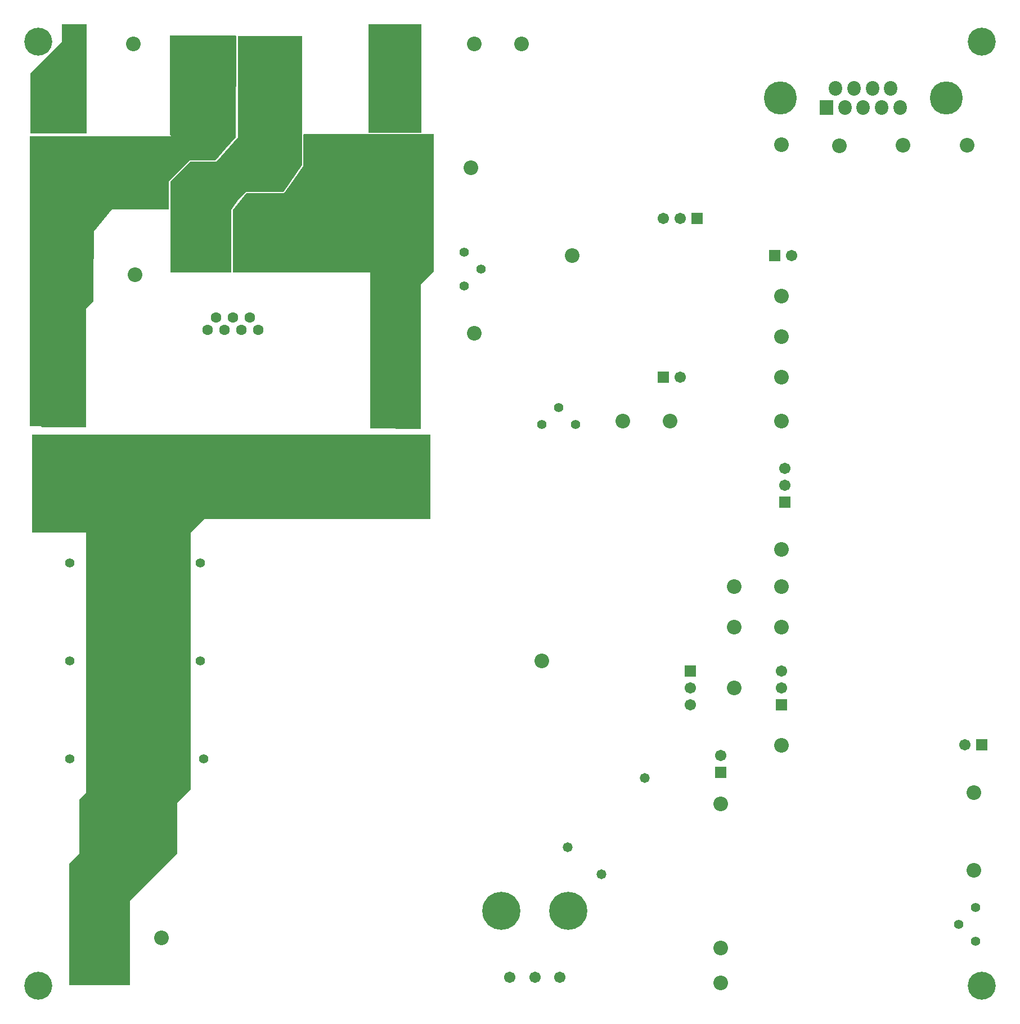
<source format=gbs>
G04*
G04 #@! TF.GenerationSoftware,Altium Limited,Altium Designer,18.0.7 (293)*
G04*
G04 Layer_Color=16711935*
%FSLAX44Y44*%
%MOMM*%
G71*
G01*
G75*
%ADD50O,2.0032X2.2032*%
%ADD51R,2.0032X2.2032*%
%ADD52C,4.9632*%
%ADD53C,2.2032*%
%ADD54C,1.4202*%
%ADD55R,3.9532X2.4532*%
%ADD56C,1.6032*%
%ADD57C,5.7232*%
%ADD58C,1.7032*%
%ADD59R,1.7032X1.7032*%
%ADD60R,1.7032X1.7032*%
%ADD61R,1.4032X1.4032*%
%ADD62C,1.4032*%
%ADD63C,4.2032*%
%ADD64C,0.8032*%
%ADD65C,1.4732*%
G36*
X616204Y1325372D02*
Y1322832D01*
X537210D01*
Y1485901D01*
X616204D01*
Y1325372D01*
D02*
G37*
G36*
X112424Y1322070D02*
X28448Y1322070D01*
X27940Y1322578D01*
X27940Y1412240D01*
X38608Y1422908D01*
X71882Y1456182D01*
X75438Y1459738D01*
Y1485798D01*
X112424D01*
Y1322070D01*
D02*
G37*
G36*
X337818Y1467866D02*
X337818Y1467590D01*
X337566Y1315974D01*
X322326Y1298956D01*
X306324Y1281430D01*
X267716D01*
X236220Y1249172D01*
X236220Y1207770D01*
X151130D01*
X123832Y1174751D01*
X123698Y1160272D01*
X123190Y1105408D01*
X123190Y1069185D01*
X112092Y1058086D01*
Y880110D01*
X45212D01*
X44196Y881126D01*
X27178D01*
Y1317542D01*
X27686Y1317752D01*
X237061D01*
X238234Y1317752D01*
X239522Y1317752D01*
X239776Y1318006D01*
X238760Y1319022D01*
Y1319022D01*
X238760Y1319022D01*
X238506Y1320195D01*
Y1469136D01*
X336655D01*
X337818Y1467866D01*
D02*
G37*
G36*
X436880Y1274064D02*
X408813Y1233805D01*
X352679Y1233805D01*
X341503Y1222629D01*
X330200Y1206754D01*
Y1113028D01*
X238760D01*
Y1190498D01*
Y1249172D01*
X252603Y1263015D01*
X269225Y1279637D01*
X308623Y1279636D01*
X340360Y1315399D01*
X340360Y1468120D01*
X436880D01*
Y1274064D01*
D02*
G37*
G36*
X635000Y1320800D02*
Y1114044D01*
X632460Y1111504D01*
X615861Y1094905D01*
Y878228D01*
X614960Y877333D01*
X540004Y877824D01*
X539496Y878884D01*
Y1113028D01*
X332740D01*
Y1206668D01*
X352931Y1231771D01*
X366268Y1231771D01*
X380492Y1231771D01*
X409956Y1231770D01*
X423164Y1250950D01*
X438658Y1272286D01*
Y1300480D01*
Y1320155D01*
X439557Y1321053D01*
X635000Y1320800D01*
D02*
G37*
G36*
X629920Y741680D02*
X289560D01*
X269240Y721360D01*
Y335280D01*
X248920Y314960D01*
Y238760D01*
X187960Y177800D01*
X177800Y167640D01*
Y40640D01*
X86360D01*
Y223520D01*
X101600Y238760D01*
Y314960D01*
Y320040D01*
X111760Y330200D01*
Y721360D01*
X30480D01*
Y741680D01*
Y751840D01*
Y756920D01*
Y868680D01*
X629920D01*
Y741680D01*
D02*
G37*
D50*
X1336839Y1361049D02*
D03*
X1322989Y1389449D02*
D03*
X1309139Y1361049D02*
D03*
X1295289Y1389449D02*
D03*
X1281439Y1361049D02*
D03*
X1267589Y1389449D02*
D03*
X1253739Y1361049D02*
D03*
X1239889Y1389449D02*
D03*
D51*
X1226039Y1361049D02*
D03*
D52*
X1156489Y1375249D02*
D03*
X1406389D02*
D03*
D53*
X1158055Y1304647D02*
D03*
X1447800Y213360D02*
D03*
Y330200D02*
D03*
X1066646Y44072D02*
D03*
X1066800Y96520D02*
D03*
X1087120Y579120D02*
D03*
X1158240Y401320D02*
D03*
X1341513Y1303699D02*
D03*
X1158240Y955040D02*
D03*
X1437571Y1304084D02*
D03*
X1158240Y640080D02*
D03*
Y889000D02*
D03*
X1066849Y313436D02*
D03*
X1158240Y695960D02*
D03*
X1087120Y487680D02*
D03*
X797560Y528320D02*
D03*
X1087120Y640080D02*
D03*
X696319Y1456427D02*
D03*
X182668Y1456696D02*
D03*
X695960Y1021080D02*
D03*
X185674Y1108964D02*
D03*
X53086Y1031494D02*
D03*
X1245438Y1303447D02*
D03*
X575564Y1119632D02*
D03*
X690880Y1270000D02*
D03*
X919480Y889000D02*
D03*
X767080Y1456352D02*
D03*
X843280Y1137920D02*
D03*
X1158240Y579120D02*
D03*
Y1076960D02*
D03*
Y1016000D02*
D03*
X990600Y889000D02*
D03*
X130200Y111760D02*
D03*
X225400D02*
D03*
X382880Y1391920D02*
D03*
X287680D02*
D03*
D54*
X1450949Y106508D02*
D03*
X1425549Y131908D02*
D03*
X1450949Y157308D02*
D03*
X797560Y883920D02*
D03*
X822960Y909320D02*
D03*
X848360Y883920D02*
D03*
X680720Y1143000D02*
D03*
X706120Y1117600D02*
D03*
X680720Y1092200D02*
D03*
D55*
X381740Y1143510D02*
D03*
Y1174510D02*
D03*
Y1205510D02*
D03*
X283740D02*
D03*
Y1174510D02*
D03*
Y1143510D02*
D03*
D56*
X294640Y1026160D02*
D03*
X307340Y1045210D02*
D03*
X320040Y1026160D02*
D03*
X332740Y1045210D02*
D03*
X345440Y1026160D02*
D03*
X358140Y1045210D02*
D03*
X370840Y1026160D02*
D03*
D57*
X837900Y152400D02*
D03*
X736900D02*
D03*
D58*
X824900Y52400D02*
D03*
X787400D02*
D03*
X749900D02*
D03*
X1066800Y386080D02*
D03*
X1434221Y401842D02*
D03*
X1021080Y462280D02*
D03*
Y487680D02*
D03*
X980440Y1193800D02*
D03*
X1005840D02*
D03*
X1173480Y1137920D02*
D03*
X1005840Y955040D02*
D03*
X1158240Y513080D02*
D03*
Y487680D02*
D03*
X1163320Y817880D02*
D03*
Y792480D02*
D03*
D59*
X1066800Y360680D02*
D03*
X1021080Y513080D02*
D03*
X1158240Y462280D02*
D03*
X1163320Y767080D02*
D03*
D60*
X1459621Y401842D02*
D03*
X1031240Y1193800D02*
D03*
X1148080Y1137920D02*
D03*
X980440Y955040D02*
D03*
D61*
X137160Y528320D02*
D03*
X233680D02*
D03*
X137160Y381000D02*
D03*
X238760D02*
D03*
X233680Y675640D02*
D03*
X137160D02*
D03*
D62*
X87160Y528320D02*
D03*
X283680D02*
D03*
X87160Y381000D02*
D03*
X288760D02*
D03*
X283680Y675640D02*
D03*
X87160D02*
D03*
D63*
X40000Y1460000D02*
D03*
X1460000D02*
D03*
Y40000D02*
D03*
X40000D02*
D03*
D64*
X620685Y747472D02*
D03*
X600685D02*
D03*
X580685D02*
D03*
X560685D02*
D03*
X530685Y847473D02*
D03*
Y807473D02*
D03*
Y767472D02*
D03*
X540685Y747472D02*
D03*
X510685Y847473D02*
D03*
X520685Y827473D02*
D03*
X510685Y807473D02*
D03*
X520685Y787472D02*
D03*
X510685Y767472D02*
D03*
X520685Y747472D02*
D03*
X490685Y847473D02*
D03*
X500685Y827473D02*
D03*
X490685Y807473D02*
D03*
X500685Y787472D02*
D03*
X490685Y767472D02*
D03*
X500685Y747472D02*
D03*
X470685Y847473D02*
D03*
X480685Y827473D02*
D03*
X470685Y807473D02*
D03*
X480685Y787472D02*
D03*
X470685Y767472D02*
D03*
X480685Y747472D02*
D03*
X450685Y847473D02*
D03*
X460685Y827473D02*
D03*
X450685Y807473D02*
D03*
X460685Y787472D02*
D03*
X450685Y767472D02*
D03*
X460685Y747472D02*
D03*
X430685Y847473D02*
D03*
X440685Y827473D02*
D03*
X430685Y807473D02*
D03*
X440685Y787472D02*
D03*
X430685Y767472D02*
D03*
X440685Y747472D02*
D03*
X410685Y847473D02*
D03*
X420685Y827473D02*
D03*
X410685Y807473D02*
D03*
X420685Y787472D02*
D03*
X410685Y767472D02*
D03*
X420685Y747472D02*
D03*
X390685Y847473D02*
D03*
X400685Y827473D02*
D03*
X390685Y807473D02*
D03*
X400685Y787472D02*
D03*
X390685Y767472D02*
D03*
X400685Y747472D02*
D03*
X370685Y847473D02*
D03*
X380685Y827473D02*
D03*
X370685Y807473D02*
D03*
X380685Y787472D02*
D03*
X370685Y767472D02*
D03*
X380685Y747472D02*
D03*
X350685Y847473D02*
D03*
X360685Y827473D02*
D03*
X350685Y807473D02*
D03*
X360685Y787472D02*
D03*
X350685Y767472D02*
D03*
X360685Y747472D02*
D03*
X330685Y847473D02*
D03*
X340685Y827473D02*
D03*
X330685Y807473D02*
D03*
X340685Y787472D02*
D03*
X330685Y767472D02*
D03*
X340685Y747472D02*
D03*
X310685Y847473D02*
D03*
X320685Y827473D02*
D03*
X310685Y807473D02*
D03*
X320685Y787472D02*
D03*
X310685Y767472D02*
D03*
X320685Y747472D02*
D03*
X290685Y847473D02*
D03*
X300685Y827473D02*
D03*
X290685Y807473D02*
D03*
X300685Y787472D02*
D03*
X290685Y767472D02*
D03*
X300685Y747472D02*
D03*
X270685Y847473D02*
D03*
X280685Y827473D02*
D03*
X270685Y807473D02*
D03*
X280685Y787472D02*
D03*
X270685Y767472D02*
D03*
X280685Y747472D02*
D03*
X270685Y727472D02*
D03*
X250685Y847473D02*
D03*
X260685Y827473D02*
D03*
X250685Y807473D02*
D03*
X260685Y787472D02*
D03*
X250685Y767472D02*
D03*
X260685Y747472D02*
D03*
X250685Y727472D02*
D03*
X260685Y707472D02*
D03*
X250685Y687472D02*
D03*
X260685Y667472D02*
D03*
X250685Y647472D02*
D03*
X260685Y627472D02*
D03*
X250685Y607472D02*
D03*
X260685Y587472D02*
D03*
X250685Y567472D02*
D03*
X260685Y547472D02*
D03*
X250685Y527472D02*
D03*
X260685Y507472D02*
D03*
X250685Y487472D02*
D03*
X260685Y467472D02*
D03*
X250685Y447472D02*
D03*
X260685Y427472D02*
D03*
X250685Y407472D02*
D03*
X260685Y387472D02*
D03*
X250685Y367472D02*
D03*
X260685Y347472D02*
D03*
X250685Y327472D02*
D03*
X230685Y847473D02*
D03*
X240685Y827473D02*
D03*
X230685Y807473D02*
D03*
X240685Y787472D02*
D03*
X230685Y767472D02*
D03*
X240685Y747472D02*
D03*
X230685Y727472D02*
D03*
X240685Y707472D02*
D03*
X230685Y687472D02*
D03*
Y647472D02*
D03*
X240685Y627472D02*
D03*
X230685Y607472D02*
D03*
X240685Y587472D02*
D03*
X230685Y567472D02*
D03*
X240685Y547472D02*
D03*
Y507472D02*
D03*
X230685Y487472D02*
D03*
X240685Y467472D02*
D03*
X230685Y447472D02*
D03*
X240685Y427472D02*
D03*
X230685Y407472D02*
D03*
Y367472D02*
D03*
X240685Y347472D02*
D03*
X230685Y327472D02*
D03*
X240685Y307472D02*
D03*
Y267472D02*
D03*
X210685Y847473D02*
D03*
X220685Y827473D02*
D03*
X210685Y807473D02*
D03*
X220685Y787472D02*
D03*
X210685Y767472D02*
D03*
X220685Y747472D02*
D03*
X210685Y727472D02*
D03*
X220685Y707472D02*
D03*
X210685Y687472D02*
D03*
X220685Y667472D02*
D03*
X210685Y647472D02*
D03*
X220685Y627472D02*
D03*
X210685Y607472D02*
D03*
X220685Y587472D02*
D03*
X210685Y567472D02*
D03*
X220685Y547472D02*
D03*
X210685Y527472D02*
D03*
X220685Y507472D02*
D03*
X210685Y487472D02*
D03*
X220685Y467472D02*
D03*
X210685Y447472D02*
D03*
X220685Y427472D02*
D03*
X210685Y407472D02*
D03*
X220685Y387472D02*
D03*
X210685Y367472D02*
D03*
X220685Y347472D02*
D03*
X210685Y327472D02*
D03*
X220685Y307472D02*
D03*
X210685Y287472D02*
D03*
X220685Y267472D02*
D03*
X210685Y247472D02*
D03*
X220685Y227472D02*
D03*
X210685Y207472D02*
D03*
X190685Y847473D02*
D03*
X200685Y827473D02*
D03*
X190685Y807473D02*
D03*
X200685Y787472D02*
D03*
X190685Y767472D02*
D03*
X200685Y747472D02*
D03*
X190685Y727472D02*
D03*
X200685Y707472D02*
D03*
X190685Y687472D02*
D03*
X200685Y667472D02*
D03*
X190685Y647472D02*
D03*
X200685Y627472D02*
D03*
X190685Y607472D02*
D03*
X200685Y587472D02*
D03*
X190685Y567472D02*
D03*
X200685Y547472D02*
D03*
X190685Y527472D02*
D03*
X200685Y507472D02*
D03*
X190685Y487472D02*
D03*
X200685Y467472D02*
D03*
X190685Y447472D02*
D03*
X200685Y427472D02*
D03*
X190685Y407472D02*
D03*
X200685Y387472D02*
D03*
X190685Y367472D02*
D03*
X200685Y347472D02*
D03*
X190685Y327472D02*
D03*
X200685Y307472D02*
D03*
X190685Y287472D02*
D03*
X200685Y267472D02*
D03*
X190685Y247472D02*
D03*
X200685Y227472D02*
D03*
X190685Y207472D02*
D03*
X170685Y847473D02*
D03*
X180685Y827473D02*
D03*
X170685Y807473D02*
D03*
X180685Y787472D02*
D03*
X170685Y767472D02*
D03*
X180685Y747472D02*
D03*
X170685Y727472D02*
D03*
X180685Y707472D02*
D03*
X170685Y687472D02*
D03*
X180685Y667472D02*
D03*
X170685Y647472D02*
D03*
X180685Y627472D02*
D03*
X170685Y607472D02*
D03*
X180685Y587472D02*
D03*
X170685Y567472D02*
D03*
X180685Y547472D02*
D03*
X170685Y527472D02*
D03*
X180685Y507472D02*
D03*
X170685Y487472D02*
D03*
X180685Y467472D02*
D03*
X170685Y447472D02*
D03*
X180685Y427472D02*
D03*
X170685Y407472D02*
D03*
X180685Y387472D02*
D03*
X170685Y367472D02*
D03*
X180685Y347472D02*
D03*
X170685Y327472D02*
D03*
X180685Y307472D02*
D03*
X170685Y287472D02*
D03*
X180685Y267472D02*
D03*
X170685Y247472D02*
D03*
X180685Y227472D02*
D03*
X170685Y207472D02*
D03*
X180685Y187472D02*
D03*
X170685Y167472D02*
D03*
Y127472D02*
D03*
Y87472D02*
D03*
Y47472D02*
D03*
X150685Y847473D02*
D03*
X160685Y827473D02*
D03*
X150685Y807473D02*
D03*
X160685Y787472D02*
D03*
X150685Y767472D02*
D03*
X160685Y747472D02*
D03*
X150685Y727472D02*
D03*
X160685Y707472D02*
D03*
X150685Y687472D02*
D03*
X160685Y667472D02*
D03*
X150685Y647472D02*
D03*
X160685Y627472D02*
D03*
X150685Y607472D02*
D03*
X160685Y587472D02*
D03*
X150685Y567472D02*
D03*
X160685Y547472D02*
D03*
X150685Y527472D02*
D03*
X160685Y507472D02*
D03*
X150685Y487472D02*
D03*
X160685Y467472D02*
D03*
X150685Y447472D02*
D03*
X160685Y427472D02*
D03*
X150685Y407472D02*
D03*
X160685Y387472D02*
D03*
X150685Y367472D02*
D03*
X160685Y347472D02*
D03*
X150685Y327472D02*
D03*
X160685Y307472D02*
D03*
X150685Y287472D02*
D03*
X160685Y267472D02*
D03*
X150685Y247472D02*
D03*
X160685Y227472D02*
D03*
X150685Y207472D02*
D03*
X160685Y187472D02*
D03*
X150685Y167472D02*
D03*
X160685Y147472D02*
D03*
X150685Y127472D02*
D03*
X160685Y107472D02*
D03*
X150685Y87472D02*
D03*
X160685Y67472D02*
D03*
X150685Y47472D02*
D03*
X140685Y827473D02*
D03*
Y787472D02*
D03*
Y747472D02*
D03*
X130685Y727472D02*
D03*
X140685Y707472D02*
D03*
X130685Y687472D02*
D03*
Y647472D02*
D03*
X140685Y627472D02*
D03*
X130685Y607472D02*
D03*
X140685Y587472D02*
D03*
X130685Y567472D02*
D03*
X140685Y547472D02*
D03*
Y507472D02*
D03*
X130685Y487472D02*
D03*
X140685Y467472D02*
D03*
X130685Y447472D02*
D03*
X140685Y427472D02*
D03*
X130685Y407472D02*
D03*
Y367472D02*
D03*
X140685Y347472D02*
D03*
X130685Y327472D02*
D03*
X140685Y307472D02*
D03*
X130685Y287472D02*
D03*
X140685Y267472D02*
D03*
X130685Y247472D02*
D03*
X140685Y227472D02*
D03*
X130685Y207472D02*
D03*
X140685Y187472D02*
D03*
X130685Y167472D02*
D03*
X140685Y147472D02*
D03*
X130685Y127472D02*
D03*
Y87472D02*
D03*
X140685Y67472D02*
D03*
X130685Y47472D02*
D03*
X120685Y747472D02*
D03*
X110685Y727472D02*
D03*
X120685Y707472D02*
D03*
Y667472D02*
D03*
Y627472D02*
D03*
Y587472D02*
D03*
Y547472D02*
D03*
Y507472D02*
D03*
Y467472D02*
D03*
Y427472D02*
D03*
Y387472D02*
D03*
Y347472D02*
D03*
Y307472D02*
D03*
Y267472D02*
D03*
Y227472D02*
D03*
X110685Y207472D02*
D03*
X120685Y187472D02*
D03*
X110685Y167472D02*
D03*
X120685Y147472D02*
D03*
X110685Y127472D02*
D03*
Y87472D02*
D03*
X120685Y67472D02*
D03*
X110685Y47472D02*
D03*
X100685Y747472D02*
D03*
X90685Y727472D02*
D03*
X100685Y227472D02*
D03*
X90685Y207472D02*
D03*
X100685Y187472D02*
D03*
X90685Y167472D02*
D03*
X100685Y147472D02*
D03*
X90685Y127472D02*
D03*
X100685Y107472D02*
D03*
X90685Y87472D02*
D03*
X100685Y67472D02*
D03*
X90685Y47472D02*
D03*
X80685Y747472D02*
D03*
X70685Y727472D02*
D03*
X60685Y747472D02*
D03*
X50685Y727472D02*
D03*
D65*
X887714Y207761D02*
D03*
X836501Y247894D02*
D03*
X952500Y352044D02*
D03*
M02*

</source>
